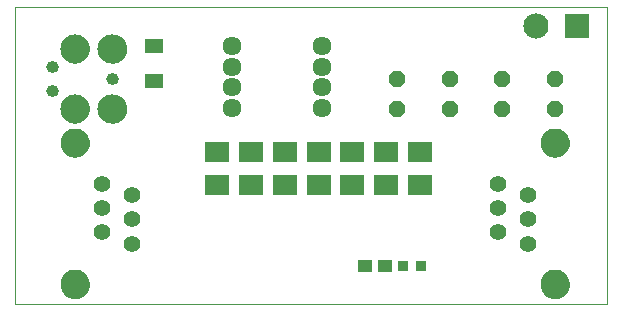
<source format=gts>
G75*
G70*
%OFA0B0*%
%FSLAX24Y24*%
%IPPOS*%
%LPD*%
%AMOC8*
5,1,8,0,0,1.08239X$1,22.5*
%
%ADD10C,0.0000*%
%ADD11OC8,0.0560*%
%ADD12R,0.0840X0.0840*%
%ADD13C,0.0840*%
%ADD14C,0.0555*%
%ADD15C,0.0969*%
%ADD16C,0.0634*%
%ADD17R,0.0827X0.0670*%
%ADD18R,0.0473X0.0434*%
%ADD19R,0.0355X0.0355*%
%ADD20C,0.0390*%
%ADD21C,0.0975*%
%ADD22R,0.0591X0.0512*%
D10*
X000483Y000350D02*
X000483Y010221D01*
X020228Y010221D01*
X020228Y000350D01*
X000483Y000350D01*
X002018Y000988D02*
X002020Y001031D01*
X002026Y001073D01*
X002036Y001115D01*
X002049Y001156D01*
X002067Y001195D01*
X002088Y001233D01*
X002112Y001268D01*
X002139Y001301D01*
X002170Y001332D01*
X002203Y001359D01*
X002238Y001383D01*
X002276Y001404D01*
X002315Y001422D01*
X002356Y001435D01*
X002398Y001445D01*
X002440Y001451D01*
X002483Y001453D01*
X002526Y001451D01*
X002568Y001445D01*
X002610Y001435D01*
X002651Y001422D01*
X002690Y001404D01*
X002728Y001383D01*
X002763Y001359D01*
X002796Y001332D01*
X002827Y001301D01*
X002854Y001268D01*
X002878Y001233D01*
X002899Y001195D01*
X002917Y001156D01*
X002930Y001115D01*
X002940Y001073D01*
X002946Y001031D01*
X002948Y000988D01*
X002946Y000945D01*
X002940Y000903D01*
X002930Y000861D01*
X002917Y000820D01*
X002899Y000781D01*
X002878Y000743D01*
X002854Y000708D01*
X002827Y000675D01*
X002796Y000644D01*
X002763Y000617D01*
X002728Y000593D01*
X002690Y000572D01*
X002651Y000554D01*
X002610Y000541D01*
X002568Y000531D01*
X002526Y000525D01*
X002483Y000523D01*
X002440Y000525D01*
X002398Y000531D01*
X002356Y000541D01*
X002315Y000554D01*
X002276Y000572D01*
X002238Y000593D01*
X002203Y000617D01*
X002170Y000644D01*
X002139Y000675D01*
X002112Y000708D01*
X002088Y000743D01*
X002067Y000781D01*
X002049Y000820D01*
X002036Y000861D01*
X002026Y000903D01*
X002020Y000945D01*
X002018Y000988D01*
X002018Y005712D02*
X002020Y005755D01*
X002026Y005797D01*
X002036Y005839D01*
X002049Y005880D01*
X002067Y005919D01*
X002088Y005957D01*
X002112Y005992D01*
X002139Y006025D01*
X002170Y006056D01*
X002203Y006083D01*
X002238Y006107D01*
X002276Y006128D01*
X002315Y006146D01*
X002356Y006159D01*
X002398Y006169D01*
X002440Y006175D01*
X002483Y006177D01*
X002526Y006175D01*
X002568Y006169D01*
X002610Y006159D01*
X002651Y006146D01*
X002690Y006128D01*
X002728Y006107D01*
X002763Y006083D01*
X002796Y006056D01*
X002827Y006025D01*
X002854Y005992D01*
X002878Y005957D01*
X002899Y005919D01*
X002917Y005880D01*
X002930Y005839D01*
X002940Y005797D01*
X002946Y005755D01*
X002948Y005712D01*
X002946Y005669D01*
X002940Y005627D01*
X002930Y005585D01*
X002917Y005544D01*
X002899Y005505D01*
X002878Y005467D01*
X002854Y005432D01*
X002827Y005399D01*
X002796Y005368D01*
X002763Y005341D01*
X002728Y005317D01*
X002690Y005296D01*
X002651Y005278D01*
X002610Y005265D01*
X002568Y005255D01*
X002526Y005249D01*
X002483Y005247D01*
X002440Y005249D01*
X002398Y005255D01*
X002356Y005265D01*
X002315Y005278D01*
X002276Y005296D01*
X002238Y005317D01*
X002203Y005341D01*
X002170Y005368D01*
X002139Y005399D01*
X002112Y005432D01*
X002088Y005467D01*
X002067Y005505D01*
X002049Y005544D01*
X002036Y005585D01*
X002026Y005627D01*
X002020Y005669D01*
X002018Y005712D01*
X002016Y006850D02*
X002018Y006893D01*
X002024Y006936D01*
X002034Y006978D01*
X002048Y007019D01*
X002065Y007058D01*
X002086Y007096D01*
X002110Y007131D01*
X002138Y007165D01*
X002168Y007195D01*
X002202Y007223D01*
X002237Y007247D01*
X002275Y007268D01*
X002314Y007285D01*
X002355Y007299D01*
X002397Y007309D01*
X002440Y007315D01*
X002483Y007317D01*
X002526Y007315D01*
X002569Y007309D01*
X002611Y007299D01*
X002652Y007285D01*
X002691Y007268D01*
X002729Y007247D01*
X002764Y007223D01*
X002798Y007195D01*
X002828Y007165D01*
X002856Y007131D01*
X002880Y007096D01*
X002901Y007058D01*
X002918Y007019D01*
X002932Y006978D01*
X002942Y006936D01*
X002948Y006893D01*
X002950Y006850D01*
X002948Y006807D01*
X002942Y006764D01*
X002932Y006722D01*
X002918Y006681D01*
X002901Y006642D01*
X002880Y006604D01*
X002856Y006569D01*
X002828Y006535D01*
X002798Y006505D01*
X002764Y006477D01*
X002729Y006453D01*
X002691Y006432D01*
X002652Y006415D01*
X002611Y006401D01*
X002569Y006391D01*
X002526Y006385D01*
X002483Y006383D01*
X002440Y006385D01*
X002397Y006391D01*
X002355Y006401D01*
X002314Y006415D01*
X002275Y006432D01*
X002237Y006453D01*
X002202Y006477D01*
X002168Y006505D01*
X002138Y006535D01*
X002110Y006569D01*
X002086Y006604D01*
X002065Y006642D01*
X002048Y006681D01*
X002034Y006722D01*
X002024Y006764D01*
X002018Y006807D01*
X002016Y006850D01*
X001558Y007450D02*
X001560Y007476D01*
X001566Y007502D01*
X001575Y007526D01*
X001588Y007549D01*
X001605Y007569D01*
X001624Y007587D01*
X001646Y007602D01*
X001669Y007613D01*
X001694Y007621D01*
X001720Y007625D01*
X001746Y007625D01*
X001772Y007621D01*
X001797Y007613D01*
X001821Y007602D01*
X001842Y007587D01*
X001861Y007569D01*
X001878Y007549D01*
X001891Y007526D01*
X001900Y007502D01*
X001906Y007476D01*
X001908Y007450D01*
X001906Y007424D01*
X001900Y007398D01*
X001891Y007374D01*
X001878Y007351D01*
X001861Y007331D01*
X001842Y007313D01*
X001820Y007298D01*
X001797Y007287D01*
X001772Y007279D01*
X001746Y007275D01*
X001720Y007275D01*
X001694Y007279D01*
X001669Y007287D01*
X001645Y007298D01*
X001624Y007313D01*
X001605Y007331D01*
X001588Y007351D01*
X001575Y007374D01*
X001566Y007398D01*
X001560Y007424D01*
X001558Y007450D01*
X001558Y008250D02*
X001560Y008276D01*
X001566Y008302D01*
X001575Y008326D01*
X001588Y008349D01*
X001605Y008369D01*
X001624Y008387D01*
X001646Y008402D01*
X001669Y008413D01*
X001694Y008421D01*
X001720Y008425D01*
X001746Y008425D01*
X001772Y008421D01*
X001797Y008413D01*
X001821Y008402D01*
X001842Y008387D01*
X001861Y008369D01*
X001878Y008349D01*
X001891Y008326D01*
X001900Y008302D01*
X001906Y008276D01*
X001908Y008250D01*
X001906Y008224D01*
X001900Y008198D01*
X001891Y008174D01*
X001878Y008151D01*
X001861Y008131D01*
X001842Y008113D01*
X001820Y008098D01*
X001797Y008087D01*
X001772Y008079D01*
X001746Y008075D01*
X001720Y008075D01*
X001694Y008079D01*
X001669Y008087D01*
X001645Y008098D01*
X001624Y008113D01*
X001605Y008131D01*
X001588Y008151D01*
X001575Y008174D01*
X001566Y008198D01*
X001560Y008224D01*
X001558Y008250D01*
X002016Y008850D02*
X002018Y008893D01*
X002024Y008936D01*
X002034Y008978D01*
X002048Y009019D01*
X002065Y009058D01*
X002086Y009096D01*
X002110Y009131D01*
X002138Y009165D01*
X002168Y009195D01*
X002202Y009223D01*
X002237Y009247D01*
X002275Y009268D01*
X002314Y009285D01*
X002355Y009299D01*
X002397Y009309D01*
X002440Y009315D01*
X002483Y009317D01*
X002526Y009315D01*
X002569Y009309D01*
X002611Y009299D01*
X002652Y009285D01*
X002691Y009268D01*
X002729Y009247D01*
X002764Y009223D01*
X002798Y009195D01*
X002828Y009165D01*
X002856Y009131D01*
X002880Y009096D01*
X002901Y009058D01*
X002918Y009019D01*
X002932Y008978D01*
X002942Y008936D01*
X002948Y008893D01*
X002950Y008850D01*
X002948Y008807D01*
X002942Y008764D01*
X002932Y008722D01*
X002918Y008681D01*
X002901Y008642D01*
X002880Y008604D01*
X002856Y008569D01*
X002828Y008535D01*
X002798Y008505D01*
X002764Y008477D01*
X002729Y008453D01*
X002691Y008432D01*
X002652Y008415D01*
X002611Y008401D01*
X002569Y008391D01*
X002526Y008385D01*
X002483Y008383D01*
X002440Y008385D01*
X002397Y008391D01*
X002355Y008401D01*
X002314Y008415D01*
X002275Y008432D01*
X002237Y008453D01*
X002202Y008477D01*
X002168Y008505D01*
X002138Y008535D01*
X002110Y008569D01*
X002086Y008604D01*
X002065Y008642D01*
X002048Y008681D01*
X002034Y008722D01*
X002024Y008764D01*
X002018Y008807D01*
X002016Y008850D01*
X003266Y008850D02*
X003268Y008893D01*
X003274Y008936D01*
X003284Y008978D01*
X003298Y009019D01*
X003315Y009058D01*
X003336Y009096D01*
X003360Y009131D01*
X003388Y009165D01*
X003418Y009195D01*
X003452Y009223D01*
X003487Y009247D01*
X003525Y009268D01*
X003564Y009285D01*
X003605Y009299D01*
X003647Y009309D01*
X003690Y009315D01*
X003733Y009317D01*
X003776Y009315D01*
X003819Y009309D01*
X003861Y009299D01*
X003902Y009285D01*
X003941Y009268D01*
X003979Y009247D01*
X004014Y009223D01*
X004048Y009195D01*
X004078Y009165D01*
X004106Y009131D01*
X004130Y009096D01*
X004151Y009058D01*
X004168Y009019D01*
X004182Y008978D01*
X004192Y008936D01*
X004198Y008893D01*
X004200Y008850D01*
X004198Y008807D01*
X004192Y008764D01*
X004182Y008722D01*
X004168Y008681D01*
X004151Y008642D01*
X004130Y008604D01*
X004106Y008569D01*
X004078Y008535D01*
X004048Y008505D01*
X004014Y008477D01*
X003979Y008453D01*
X003941Y008432D01*
X003902Y008415D01*
X003861Y008401D01*
X003819Y008391D01*
X003776Y008385D01*
X003733Y008383D01*
X003690Y008385D01*
X003647Y008391D01*
X003605Y008401D01*
X003564Y008415D01*
X003525Y008432D01*
X003487Y008453D01*
X003452Y008477D01*
X003418Y008505D01*
X003388Y008535D01*
X003360Y008569D01*
X003336Y008604D01*
X003315Y008642D01*
X003298Y008681D01*
X003284Y008722D01*
X003274Y008764D01*
X003268Y008807D01*
X003266Y008850D01*
X003558Y007850D02*
X003560Y007876D01*
X003566Y007902D01*
X003575Y007926D01*
X003588Y007949D01*
X003605Y007969D01*
X003624Y007987D01*
X003646Y008002D01*
X003669Y008013D01*
X003694Y008021D01*
X003720Y008025D01*
X003746Y008025D01*
X003772Y008021D01*
X003797Y008013D01*
X003821Y008002D01*
X003842Y007987D01*
X003861Y007969D01*
X003878Y007949D01*
X003891Y007926D01*
X003900Y007902D01*
X003906Y007876D01*
X003908Y007850D01*
X003906Y007824D01*
X003900Y007798D01*
X003891Y007774D01*
X003878Y007751D01*
X003861Y007731D01*
X003842Y007713D01*
X003820Y007698D01*
X003797Y007687D01*
X003772Y007679D01*
X003746Y007675D01*
X003720Y007675D01*
X003694Y007679D01*
X003669Y007687D01*
X003645Y007698D01*
X003624Y007713D01*
X003605Y007731D01*
X003588Y007751D01*
X003575Y007774D01*
X003566Y007798D01*
X003560Y007824D01*
X003558Y007850D01*
X003266Y006850D02*
X003268Y006893D01*
X003274Y006936D01*
X003284Y006978D01*
X003298Y007019D01*
X003315Y007058D01*
X003336Y007096D01*
X003360Y007131D01*
X003388Y007165D01*
X003418Y007195D01*
X003452Y007223D01*
X003487Y007247D01*
X003525Y007268D01*
X003564Y007285D01*
X003605Y007299D01*
X003647Y007309D01*
X003690Y007315D01*
X003733Y007317D01*
X003776Y007315D01*
X003819Y007309D01*
X003861Y007299D01*
X003902Y007285D01*
X003941Y007268D01*
X003979Y007247D01*
X004014Y007223D01*
X004048Y007195D01*
X004078Y007165D01*
X004106Y007131D01*
X004130Y007096D01*
X004151Y007058D01*
X004168Y007019D01*
X004182Y006978D01*
X004192Y006936D01*
X004198Y006893D01*
X004200Y006850D01*
X004198Y006807D01*
X004192Y006764D01*
X004182Y006722D01*
X004168Y006681D01*
X004151Y006642D01*
X004130Y006604D01*
X004106Y006569D01*
X004078Y006535D01*
X004048Y006505D01*
X004014Y006477D01*
X003979Y006453D01*
X003941Y006432D01*
X003902Y006415D01*
X003861Y006401D01*
X003819Y006391D01*
X003776Y006385D01*
X003733Y006383D01*
X003690Y006385D01*
X003647Y006391D01*
X003605Y006401D01*
X003564Y006415D01*
X003525Y006432D01*
X003487Y006453D01*
X003452Y006477D01*
X003418Y006505D01*
X003388Y006535D01*
X003360Y006569D01*
X003336Y006604D01*
X003315Y006642D01*
X003298Y006681D01*
X003284Y006722D01*
X003274Y006764D01*
X003268Y006807D01*
X003266Y006850D01*
X018018Y005712D02*
X018020Y005755D01*
X018026Y005797D01*
X018036Y005839D01*
X018049Y005880D01*
X018067Y005919D01*
X018088Y005957D01*
X018112Y005992D01*
X018139Y006025D01*
X018170Y006056D01*
X018203Y006083D01*
X018238Y006107D01*
X018276Y006128D01*
X018315Y006146D01*
X018356Y006159D01*
X018398Y006169D01*
X018440Y006175D01*
X018483Y006177D01*
X018526Y006175D01*
X018568Y006169D01*
X018610Y006159D01*
X018651Y006146D01*
X018690Y006128D01*
X018728Y006107D01*
X018763Y006083D01*
X018796Y006056D01*
X018827Y006025D01*
X018854Y005992D01*
X018878Y005957D01*
X018899Y005919D01*
X018917Y005880D01*
X018930Y005839D01*
X018940Y005797D01*
X018946Y005755D01*
X018948Y005712D01*
X018946Y005669D01*
X018940Y005627D01*
X018930Y005585D01*
X018917Y005544D01*
X018899Y005505D01*
X018878Y005467D01*
X018854Y005432D01*
X018827Y005399D01*
X018796Y005368D01*
X018763Y005341D01*
X018728Y005317D01*
X018690Y005296D01*
X018651Y005278D01*
X018610Y005265D01*
X018568Y005255D01*
X018526Y005249D01*
X018483Y005247D01*
X018440Y005249D01*
X018398Y005255D01*
X018356Y005265D01*
X018315Y005278D01*
X018276Y005296D01*
X018238Y005317D01*
X018203Y005341D01*
X018170Y005368D01*
X018139Y005399D01*
X018112Y005432D01*
X018088Y005467D01*
X018067Y005505D01*
X018049Y005544D01*
X018036Y005585D01*
X018026Y005627D01*
X018020Y005669D01*
X018018Y005712D01*
X018018Y000988D02*
X018020Y001031D01*
X018026Y001073D01*
X018036Y001115D01*
X018049Y001156D01*
X018067Y001195D01*
X018088Y001233D01*
X018112Y001268D01*
X018139Y001301D01*
X018170Y001332D01*
X018203Y001359D01*
X018238Y001383D01*
X018276Y001404D01*
X018315Y001422D01*
X018356Y001435D01*
X018398Y001445D01*
X018440Y001451D01*
X018483Y001453D01*
X018526Y001451D01*
X018568Y001445D01*
X018610Y001435D01*
X018651Y001422D01*
X018690Y001404D01*
X018728Y001383D01*
X018763Y001359D01*
X018796Y001332D01*
X018827Y001301D01*
X018854Y001268D01*
X018878Y001233D01*
X018899Y001195D01*
X018917Y001156D01*
X018930Y001115D01*
X018940Y001073D01*
X018946Y001031D01*
X018948Y000988D01*
X018946Y000945D01*
X018940Y000903D01*
X018930Y000861D01*
X018917Y000820D01*
X018899Y000781D01*
X018878Y000743D01*
X018854Y000708D01*
X018827Y000675D01*
X018796Y000644D01*
X018763Y000617D01*
X018728Y000593D01*
X018690Y000572D01*
X018651Y000554D01*
X018610Y000541D01*
X018568Y000531D01*
X018526Y000525D01*
X018483Y000523D01*
X018440Y000525D01*
X018398Y000531D01*
X018356Y000541D01*
X018315Y000554D01*
X018276Y000572D01*
X018238Y000593D01*
X018203Y000617D01*
X018170Y000644D01*
X018139Y000675D01*
X018112Y000708D01*
X018088Y000743D01*
X018067Y000781D01*
X018049Y000820D01*
X018036Y000861D01*
X018026Y000903D01*
X018020Y000945D01*
X018018Y000988D01*
D11*
X018483Y006850D03*
X018483Y007850D03*
X016733Y007850D03*
X014983Y007850D03*
X013233Y007850D03*
X013233Y006850D03*
X014983Y006850D03*
X016733Y006850D03*
D12*
X019233Y009600D03*
D13*
X017855Y009600D03*
D14*
X016577Y004350D03*
X017577Y003956D03*
X016577Y003547D03*
X017577Y003153D03*
X016577Y002744D03*
X017577Y002350D03*
X004388Y002350D03*
X003388Y002744D03*
X004388Y003153D03*
X003388Y003547D03*
X004388Y003956D03*
X003388Y004350D03*
D15*
X002483Y005712D03*
X002483Y000988D03*
X018483Y000988D03*
X018483Y005712D03*
D16*
X010733Y006869D03*
X010733Y007556D03*
X010733Y008244D03*
X010733Y008931D03*
X007733Y008931D03*
X007733Y008244D03*
X007733Y007556D03*
X007733Y006869D03*
D17*
X007233Y005401D03*
X008358Y005401D03*
X009483Y005401D03*
X010608Y005401D03*
X011733Y005401D03*
X012858Y005401D03*
X013983Y005401D03*
X013983Y004299D03*
X012858Y004299D03*
X011733Y004299D03*
X010608Y004299D03*
X009483Y004299D03*
X008358Y004299D03*
X007233Y004299D03*
D18*
X012148Y001600D03*
X012817Y001600D03*
D19*
X013437Y001600D03*
X014028Y001600D03*
D20*
X003733Y007850D03*
X001733Y007450D03*
X001733Y008250D03*
D21*
X002483Y008850D03*
X003733Y008850D03*
X003733Y006850D03*
X002483Y006850D03*
D22*
X005108Y007759D03*
X005108Y008941D03*
M02*

</source>
